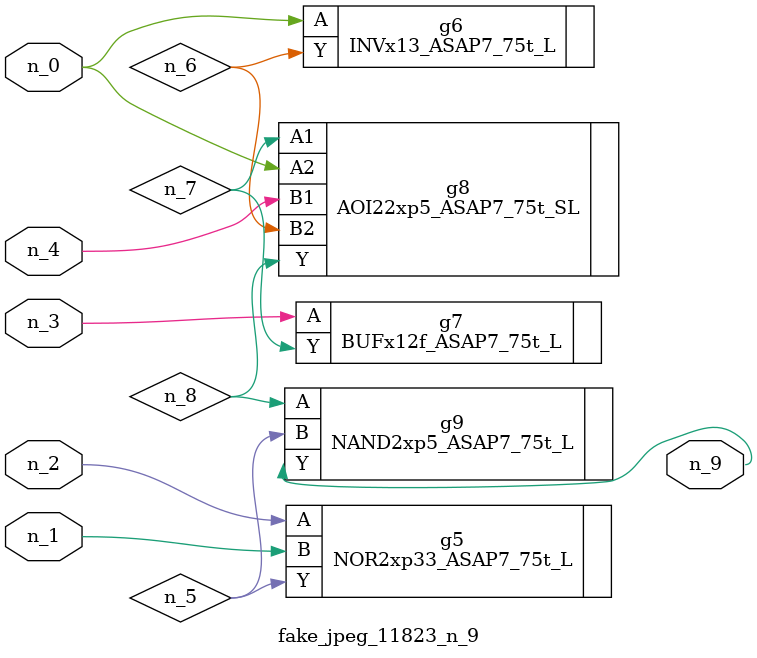
<source format=v>
module fake_jpeg_11823_n_9 (n_3, n_2, n_1, n_0, n_4, n_9);

input n_3;
input n_2;
input n_1;
input n_0;
input n_4;

output n_9;

wire n_8;
wire n_6;
wire n_5;
wire n_7;

NOR2xp33_ASAP7_75t_L g5 ( 
.A(n_2),
.B(n_1),
.Y(n_5)
);

INVx13_ASAP7_75t_L g6 ( 
.A(n_0),
.Y(n_6)
);

BUFx12f_ASAP7_75t_L g7 ( 
.A(n_3),
.Y(n_7)
);

AOI22xp5_ASAP7_75t_SL g8 ( 
.A1(n_7),
.A2(n_0),
.B1(n_4),
.B2(n_6),
.Y(n_8)
);

NAND2xp5_ASAP7_75t_L g9 ( 
.A(n_8),
.B(n_5),
.Y(n_9)
);


endmodule
</source>
